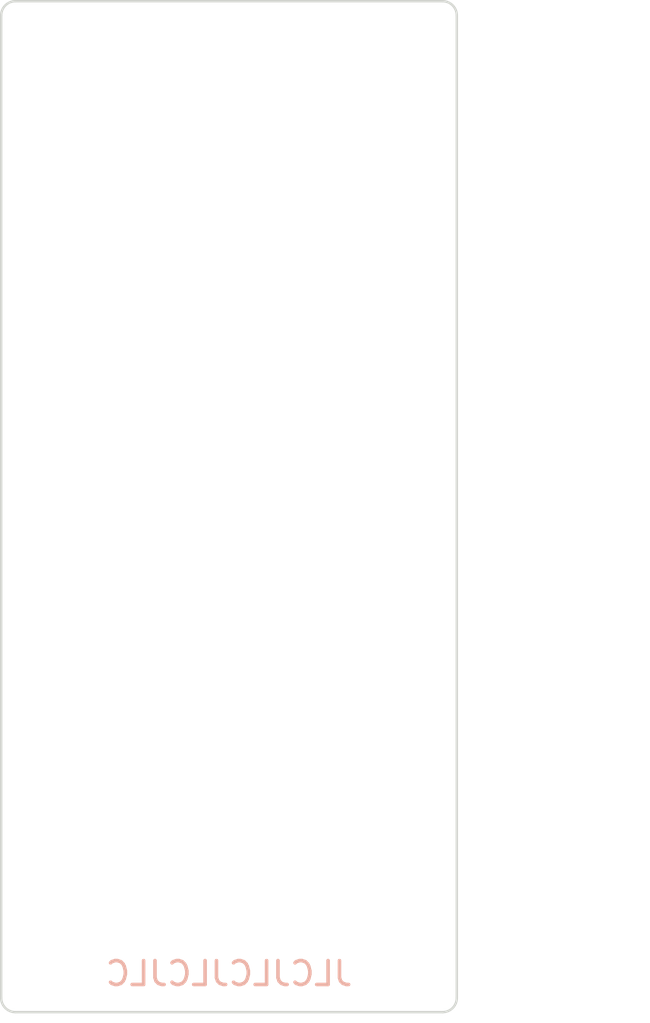
<source format=kicad_pcb>
(kicad_pcb (version 20221018) (generator pcbnew)
  (layers (0 "F.Cu" signal) (31 "B.Cu" signal) (34 "B.Paste" user) (35 "F.Paste" user) (36 "B.SilkS" user "B.Silkscreen") (37 "F.SilkS" user "F.Silkscreen") (38 "B.Mask" user) (39 "F.Mask" user) (44 "Edge.Cuts" user))
  (net 0 "")
  (footprint "kbd_Hole:m2_Screw_Hole" (layer "F.Cu") (at 152.225765 95.075717)
    (fp_text reference "Ref**" hide)
    (fp_text value "Val**")
    (pad "" np_thru_hole circle (at 0 0) (size 2.2 2.2) (drill 2.2) (layers "F&B.Cu" "*.Mask"))
  )
  (footprint "kbd_Hole:m2_Screw_Hole" (layer "F.Cu") (at 139.128879 95.075717)
    (fp_text reference "Ref**" hide)
    (fp_text value "Val**")
    (pad "" np_thru_hole circle (at 0 0) (size 2.2 2.2) (drill 2.2) (layers "F&B.Cu" "*.Mask"))
  )
  (gr_line (start 136.747627 56.380372) (end 154.607017 56.380372) (stroke (width 0.1)) (layer "Edge.Cuts"))
  (gr_arc (start 136.747627 98.647595) (mid 136.326678 98.473232) (end 136.152314 98.052282) (stroke (width 0.1)) (layer "Edge.Cuts"))
  (gr_arc (start 154.607017 56.380372) (mid 155.027923 56.554752) (end 155.20233 56.975685) (stroke (width 0.1)) (layer "Edge.Cuts"))
  (gr_line (start 154.607017 98.647595) (end 136.747627 98.647595) (stroke (width 0.1)) (layer "Edge.Cuts"))
  (gr_arc (start 155.20233 98.052282) (mid 155.027968 98.473234) (end 154.607017 98.647595) (stroke (width 0.1)) (layer "Edge.Cuts"))
  (gr_arc (start 136.152314 56.975685) (mid 136.326677 56.554735) (end 136.747627 56.380372) (stroke (width 0.1)) (layer "Edge.Cuts"))
  (gr_line (start 155.20233 56.975685) (end 155.20233 98.052282) (stroke (width 0.1)) (layer "Edge.Cuts"))
  (gr_line (start 136.152314 98.052282) (end 136.152314 56.975685) (stroke (width 0.1)) (layer "Edge.Cuts"))
  (gr_text "JLCJLCJLCJLC" (at 145.677322 97.036019) (layer "B.SilkS") (effects (font (size 1 1)) (justify mirror)))
)
</source>
